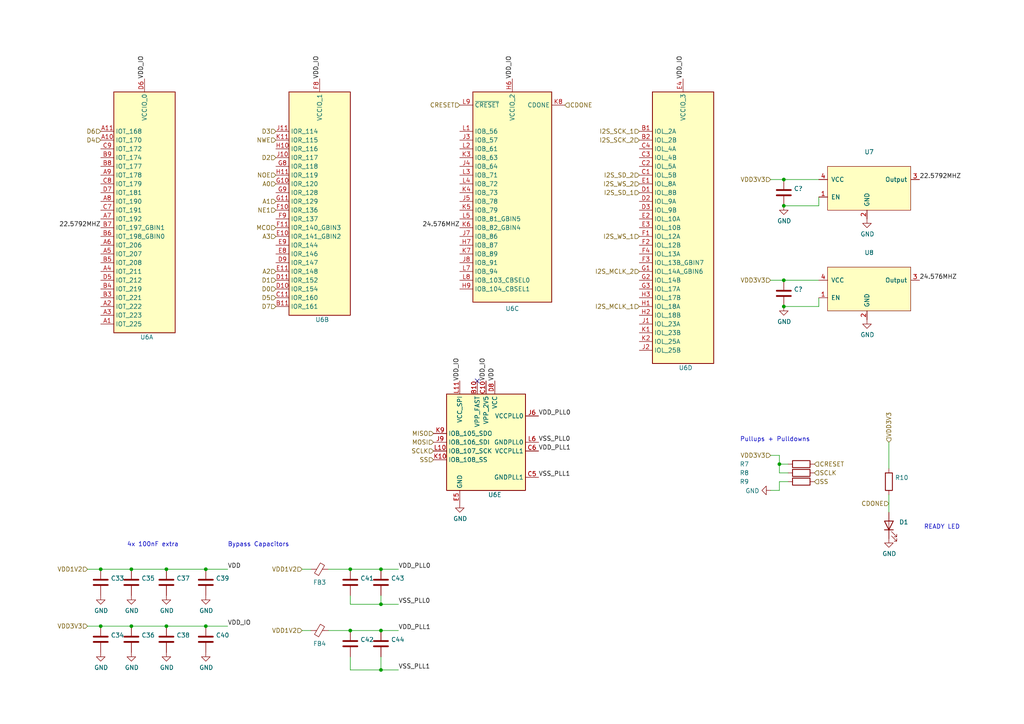
<source format=kicad_sch>
(kicad_sch (version 20211123) (generator eeschema)
  (paper "A4")
  (title_block (title "FPGA"))
  (lib_symbols
    (symbol "Device:C" (pin_numbers hide) (pin_names (offset 0.254))
      (property "Reference" "C" (at 0.635 2.54 0))
      (property "Value" "C" (at 0.635 -2.54 0))
      (symbol "C_0_1"
        (polyline (pts (xy -2.032 -0.762) (xy 2.032 -0.762)) (stroke (width 0.508)))
        (polyline (pts (xy -2.032 0.762) (xy 2.032 0.762)) (stroke (width 0.508)))
      )
      (symbol "C_1_1"
        (pin passive line (at 0 3.81 270) (length 2.794) (name "~") (number "1"))
        (pin passive line (at 0 -3.81 90) (length 2.794) (name "~") (number "2"))
      )
    )
    (symbol "Device:LED" (pin_numbers hide) (pin_names (offset 1.016) hide)
      (property "Reference" "D" (at 0 2.54 0))
      (property "Value" "LED" (at 0 -2.54 0))
      (symbol "LED_0_1"
        (polyline (pts (xy -1.27 -1.27) (xy -1.27 1.27)) (stroke (width 0.254)))
        (polyline (pts (xy -1.27 0) (xy 1.27 0)))
        (polyline (pts (xy 1.27 -1.27) (xy 1.27 1.27) (xy -1.27 0) (xy 1.27 -1.27)) (stroke (width 0.254)))
        (polyline (pts (xy -3.048 -0.762) (xy -4.572 -2.286) (xy -3.81 -2.286) (xy -4.572 -2.286) (xy -4.572 -1.524)))
        (polyline (pts (xy -1.778 -0.762) (xy -3.302 -2.286) (xy -2.54 -2.286) (xy -3.302 -2.286) (xy -3.302 -1.524)))
      )
      (symbol "LED_1_1"
        (pin passive line (at -3.81 0 0) (length 2.54) (name "K") (number "1"))
        (pin passive line (at 3.81 0 180) (length 2.54) (name "A") (number "2"))
      )
    )
    (symbol "Device:R" (pin_numbers hide) (pin_names (offset 0))
      (property "Reference" "R" (at 2.032 0 90))
      (property "Value" "R" (at 0 0 90))
      (symbol "R_0_1"
        (rectangle (start -1.016 -2.54) (end 1.016 2.54) (stroke (width 0.254)))
      )
      (symbol "R_1_1"
        (pin passive line (at 0 3.81 270) (length 1.27) (name "~") (number "1"))
        (pin passive line (at 0 -3.81 90) (length 1.27) (name "~") (number "2"))
      )
    )
    (symbol "FPGA_Lattice:ICE40HX8K-BG121"
      (property "Reference" "U" (at 2.54 44.45 0))
      (property "Value" "ICE40HX8K-BG121" (at 10.16 41.91 0))
      (symbol "ICE40HX8K-BG121_1_1"
        (rectangle (start -8.89 31.75) (end 8.89 -38.1) (stroke (width 0.254)) (fill (type background)))
        (pin bidirectional line (at -12.7 -35.56 0) (length 3.81) (name "IOT_225") (number "A1"))
        (pin bidirectional line (at -12.7 17.78 0) (length 3.81) (name "IOT_170") (number "A10"))
        (pin bidirectional line (at -12.7 20.32 0) (length 3.81) (name "IOT_168") (number "A11"))
        (pin bidirectional line (at -12.7 -30.48 0) (length 3.81) (name "IOT_222") (number "A2"))
        (pin bidirectional line (at -12.7 -33.02 0) (length 3.81) (name "IOT_223") (number "A3"))
        (pin bidirectional line (at -12.7 -20.32 0) (length 3.81) (name "IOT_211") (number "A4"))
        (pin bidirectional line (at -12.7 -15.24 0) (length 3.81) (name "IOT_207") (number "A5"))
        (pin bidirectional line (at -12.7 -12.7 0) (length 3.81) (name "IOT_206") (number "A6"))
        (pin bidirectional line (at -12.7 -5.08 0) (length 3.81) (name "IOT_192") (number "A7"))
        (pin bidirectional line (at -12.7 0 0) (length 3.81) (name "IOT_190") (number "A8"))
        (pin bidirectional line (at -12.7 7.62 0) (length 3.81) (name "IOT_178") (number "A9"))
        (pin bidirectional line (at -12.7 -27.94 0) (length 3.81) (name "IOT_221") (number "B3"))
        (pin bidirectional line (at -12.7 -25.4 0) (length 3.81) (name "IOT_219") (number "B4"))
        (pin bidirectional line (at -12.7 -17.78 0) (length 3.81) (name "IOT_208") (number "B5"))
        (pin bidirectional line (at -12.7 -10.16 0) (length 3.81) (name "IOT_198_GBIN0") (number "B6"))
        (pin bidirectional line (at -12.7 -7.62 0) (length 3.81) (name "IOT_197_GBIN1") (number "B7"))
        (pin bidirectional line (at -12.7 10.16 0) (length 3.81) (name "IOT_177") (number "B8"))
        (pin bidirectional line (at -12.7 12.7 0) (length 3.81) (name "IOT_174") (number "B9"))
        (pin bidirectional line (at -12.7 -2.54 0) (length 3.81) (name "IOT_191") (number "C7"))
        (pin bidirectional line (at -12.7 5.08 0) (length 3.81) (name "IOT_179") (number "C8"))
        (pin bidirectional line (at -12.7 15.24 0) (length 3.81) (name "IOT_172") (number "C9"))
        (pin bidirectional line (at -12.7 -22.86 0) (length 3.81) (name "IOT_212") (number "D5"))
        (pin power_in line (at 0 35.56 270) (length 3.81) (name "VCCIO_0") (number "D6"))
        (pin bidirectional line (at -12.7 2.54 0) (length 3.81) (name "IOT_181") (number "D7"))
      )
      (symbol "ICE40HX8K-BG121_2_1"
        (rectangle (start -8.89 31.75) (end 8.89 -33.02) (stroke (width 0.254)) (fill (type background)))
        (pin bidirectional line (at -12.7 -30.48 0) (length 3.81) (name "IOR_161") (number "B11"))
        (pin bidirectional line (at -12.7 -27.94 0) (length 3.81) (name "IOR_160") (number "C11"))
        (pin bidirectional line (at -12.7 -25.4 0) (length 3.81) (name "IOR_154") (number "D10"))
        (pin bidirectional line (at -12.7 -22.86 0) (length 3.81) (name "IOR_152") (number "D11"))
        (pin bidirectional line (at -12.7 -17.78 0) (length 3.81) (name "IOR_147") (number "D9"))
        (pin bidirectional line (at -12.7 -10.16 0) (length 3.81) (name "IOR_141_GBIN2") (number "E10"))
        (pin bidirectional line (at -12.7 -20.32 0) (length 3.81) (name "IOR_148") (number "E11"))
        (pin bidirectional line (at -12.7 -15.24 0) (length 3.81) (name "IOR_146") (number "E8"))
        (pin bidirectional line (at -12.7 -12.7 0) (length 3.81) (name "IOR_144") (number "E9"))
        (pin bidirectional line (at -12.7 -2.54 0) (length 3.81) (name "IOR_136") (number "F10"))
        (pin bidirectional line (at -12.7 -7.62 0) (length 3.81) (name "IOR_140_GBIN3") (number "F11"))
        (pin power_in line (at 0 35.56 270) (length 3.81) (name "VCCIO_1") (number "F8"))
        (pin bidirectional line (at -12.7 -5.08 0) (length 3.81) (name "IOR_137") (number "F9"))
        (pin bidirectional line (at -12.7 5.08 0) (length 3.81) (name "IOR_120") (number "G10"))
        (pin bidirectional line (at -12.7 0 0) (length 3.81) (name "IOR_129") (number "G11"))
        (pin bidirectional line (at -12.7 10.16 0) (length 3.81) (name "IOR_118") (number "G8"))
        (pin bidirectional line (at -12.7 2.54 0) (length 3.81) (name "IOR_128") (number "G9"))
        (pin bidirectional line (at -12.7 15.24 0) (length 3.81) (name "IOR_116") (number "H10"))
        (pin bidirectional line (at -12.7 7.62 0) (length 3.81) (name "IOR_119") (number "H11"))
        (pin bidirectional line (at -12.7 12.7 0) (length 3.81) (name "IOR_117") (number "J10"))
        (pin bidirectional line (at -12.7 20.32 0) (length 3.81) (name "IOR_114") (number "J11"))
        (pin bidirectional line (at -12.7 17.78 0) (length 3.81) (name "IOR_115") (number "K11"))
      )
      (symbol "ICE40HX8K-BG121_3_1"
        (rectangle (start -11.43 29.21) (end 11.43 -31.75) (stroke (width 0.254)) (fill (type background)))
        (pin power_in line (at 0 33.02 270) (length 3.81) (name "VCCIO_2") (number "H6"))
        (pin bidirectional line (at -15.24 -15.24 0) (length 3.81) (name "IOB_87") (number "H7"))
        (pin bidirectional line (at -15.24 -27.94 0) (length 3.81) (name "IOB_104_CBSEL1") (number "H9"))
        (pin bidirectional line (at -15.24 15.24 0) (length 3.81) (name "IOB_57") (number "J3"))
        (pin bidirectional line (at -15.24 7.62 0) (length 3.81) (name "IOB_64") (number "J4"))
        (pin bidirectional line (at -15.24 -2.54 0) (length 3.81) (name "IOB_78") (number "J5"))
        (pin bidirectional line (at -15.24 -12.7 0) (length 3.81) (name "IOB_86") (number "J7"))
        (pin bidirectional line (at -15.24 -20.32 0) (length 3.81) (name "IOB_91") (number "J8"))
        (pin bidirectional line (at -15.24 10.16 0) (length 3.81) (name "IOB_63") (number "K3"))
        (pin bidirectional line (at -15.24 0 0) (length 3.81) (name "IOB_73") (number "K4"))
        (pin bidirectional line (at -15.24 -5.08 0) (length 3.81) (name "IOB_79") (number "K5"))
        (pin bidirectional line (at -15.24 -10.16 0) (length 3.81) (name "IOB_82_GBIN4") (number "K6"))
        (pin bidirectional line (at -15.24 -17.78 0) (length 3.81) (name "IOB_89") (number "K7"))
        (pin open_collector line (at 15.24 25.4 180) (length 3.81) (name "CDONE") (number "K8"))
        (pin bidirectional line (at -15.24 17.78 0) (length 3.81) (name "IOB_56") (number "L1"))
        (pin bidirectional line (at -15.24 12.7 0) (length 3.81) (name "IOB_61") (number "L2"))
        (pin bidirectional line (at -15.24 5.08 0) (length 3.81) (name "IOB_71") (number "L3"))
        (pin bidirectional line (at -15.24 2.54 0) (length 3.81) (name "IOB_72") (number "L4"))
        (pin bidirectional line (at -15.24 -7.62 0) (length 3.81) (name "IOB_81_GBIN5") (number "L5"))
        (pin bidirectional line (at -15.24 -22.86 0) (length 3.81) (name "IOB_94") (number "L7"))
        (pin bidirectional line (at -15.24 -25.4 0) (length 3.81) (name "IOB_103_CBSEL0") (number "L8"))
        (pin input line (at -15.24 25.4 0) (length 3.81) (name "~{CRESET}") (number "L9"))
      )
      (symbol "ICE40HX8K-BG121_4_1"
        (rectangle (start -8.89 39.37) (end 8.89 -39.37) (stroke (width 0.254)) (fill (type background)))
        (pin bidirectional line (at -12.7 27.94 0) (length 3.81) (name "IOL_2A") (number "B1"))
        (pin bidirectional line (at -12.7 25.4 0) (length 3.81) (name "IOL_2B") (number "B2"))
        (pin bidirectional line (at -12.7 15.24 0) (length 3.81) (name "IOL_5B") (number "C1"))
        (pin bidirectional line (at -12.7 17.78 0) (length 3.81) (name "IOL_5A") (number "C2"))
        (pin bidirectional line (at -12.7 20.32 0) (length 3.81) (name "IOL_4B") (number "C3"))
        (pin bidirectional line (at -12.7 22.86 0) (length 3.81) (name "IOL_4A") (number "C4"))
        (pin bidirectional line (at -12.7 10.16 0) (length 3.81) (name "IOL_8B") (number "D1"))
        (pin bidirectional line (at -12.7 7.62 0) (length 3.81) (name "IOL_9A") (number "D2"))
        (pin bidirectional line (at -12.7 5.08 0) (length 3.81) (name "IOL_9B") (number "D3"))
        (pin bidirectional line (at -12.7 12.7 0) (length 3.81) (name "IOL_8A") (number "E1"))
        (pin bidirectional line (at -12.7 2.54 0) (length 3.81) (name "IOL_10A") (number "E2"))
        (pin bidirectional line (at -12.7 0 0) (length 3.81) (name "IOL_10B") (number "E3"))
        (pin power_in line (at 0 43.18 270) (length 3.81) (name "VCCIO_3") (number "E4"))
        (pin bidirectional line (at -12.7 -2.54 0) (length 3.81) (name "IOL_12A") (number "F1"))
        (pin bidirectional line (at -12.7 -5.08 0) (length 3.81) (name "IOL_12B") (number "F2"))
        (pin bidirectional line (at -12.7 -10.16 0) (length 3.81) (name "IOL_13B_GBIN7") (number "F3"))
        (pin bidirectional line (at -12.7 -7.62 0) (length 3.81) (name "IOL_13A") (number "F4"))
        (pin bidirectional line (at -12.7 -12.7 0) (length 3.81) (name "IOL_14A_GBIN6") (number "G1"))
        (pin bidirectional line (at -12.7 -15.24 0) (length 3.81) (name "IOL_14B") (number "G2"))
        (pin bidirectional line (at -12.7 -17.78 0) (length 3.81) (name "IOL_17A") (number "G3"))
        (pin passive line (at 0 43.18 270) (length 3.81) hide (name "VCCIO_3") (number "G4"))
        (pin bidirectional line (at -12.7 -22.86 0) (length 3.81) (name "IOL_18A") (number "H1"))
        (pin bidirectional line (at -12.7 -25.4 0) (length 3.81) (name "IOL_18B") (number "H2"))
        (pin bidirectional line (at -12.7 -20.32 0) (length 3.81) (name "IOL_17B") (number "H3"))
        (pin bidirectional line (at -12.7 -27.94 0) (length 3.81) (name "IOL_23A") (number "J1"))
        (pin bidirectional line (at -12.7 -35.56 0) (length 3.81) (name "IOL_25B") (number "J2"))
        (pin bidirectional line (at -12.7 -30.48 0) (length 3.81) (name "IOL_23B") (number "K1"))
        (pin bidirectional line (at -12.7 -33.02 0) (length 3.81) (name "IOL_25A") (number "K2"))
      )
      (symbol "ICE40HX8K-BG121_5_1"
        (rectangle (start -11.43 13.97) (end 11.43 -13.97) (stroke (width 0.254)) (fill (type background)))
        (pin power_in line (at -2.54 17.78 270) (length 3.81) (name "VPP_FAST") (number "B10"))
        (pin power_in line (at 0 17.78 270) (length 3.81) (name "VPP_2V5") (number "C10"))
        (pin power_in line (at 15.24 -10.16 180) (length 3.81) (name "GNDPLL1") (number "C5"))
        (pin power_in line (at 15.24 -2.54 180) (length 3.81) (name "VCCPLL1") (number "C6"))
        (pin passive line (at 2.54 17.78 270) (length 3.81) hide (name "VCC") (number "D4"))
        (pin power_in line (at 2.54 17.78 270) (length 3.81) (name "VCC") (number "D8"))
        (pin power_in line (at -7.62 -17.78 90) (length 3.81) (name "GND") (number "E5"))
        (pin passive line (at -7.62 -17.78 90) (length 3.81) hide (name "GND") (number "E6"))
        (pin passive line (at -7.62 -17.78 90) (length 3.81) hide (name "GND") (number "E7"))
        (pin passive line (at -7.62 -17.78 90) (length 3.81) hide (name "GND") (number "F5"))
        (pin passive line (at -7.62 -17.78 90) (length 3.81) hide (name "GND") (number "F6"))
        (pin passive line (at -7.62 -17.78 90) (length 3.81) hide (name "GND") (number "F7"))
        (pin passive line (at -7.62 -17.78 90) (length 3.81) hide (name "GND") (number "G5"))
        (pin passive line (at -7.62 -17.78 90) (length 3.81) hide (name "GND") (number "G6"))
        (pin passive line (at -7.62 -17.78 90) (length 3.81) hide (name "GND") (number "G7"))
        (pin passive line (at 2.54 17.78 270) (length 3.81) hide (name "VCC") (number "H4"))
        (pin passive line (at -7.62 -17.78 90) (length 3.81) hide (name "GND") (number "H5"))
        (pin passive line (at 2.54 17.78 270) (length 3.81) hide (name "VCC") (number "H8"))
        (pin power_in line (at 15.24 7.62 180) (length 3.81) (name "VCCPLL0") (number "J6"))
        (pin bidirectional line (at -15.24 0 0) (length 3.81) (name "IOB_106_SDI") (number "J9"))
        (pin bidirectional line (at -15.24 -5.08 0) (length 3.81) (name "IOB_108_SS") (number "K10"))
        (pin bidirectional line (at -15.24 2.54 0) (length 3.81) (name "IOB_105_SDO") (number "K9"))
        (pin bidirectional line (at -15.24 -2.54 0) (length 3.81) (name "IOB_107_SCK") (number "L10"))
        (pin power_in line (at -7.62 17.78 270) (length 3.81) (name "VCC_SPI") (number "L11"))
        (pin power_in line (at 15.24 0 180) (length 3.81) (name "GNDPLL0") (number "L6"))
      )
    )
    (symbol "power:GND" (power) (pin_names (offset 0))
      (property "Value" "GND" (at 0 -3.81 0))
      (symbol "GND_0_1"
        (polyline (pts (xy 0 0) (xy 0 -1.27) (xy 1.27 -1.27) (xy 0 -2.54) (xy -1.27 -1.27) (xy 0 -1.27)))
      )
      (symbol "GND_1_1"
        (pin power_in line (at 0 0 270) (length 0) hide (name "GND") (number "1"))
      )
    )
    (symbol "yui-rescue:Ferrite_Bead_Small-Device" (pin_numbers hide) (pin_names (offset 0))
      (property "Reference" "FB" (at 1.905 1.27 0))
      (property "Value" "Ferrite_Bead_Small-Device" (at 1.905 -1.27 0))
      (symbol "Ferrite_Bead_Small-Device_0_1"
        (polyline (pts (xy 0 -1.27) (xy 0 -0.7874)))
        (polyline (pts (xy 0 0.889) (xy 0 1.2954)))
        (polyline (pts (xy -1.8288 0.2794) (xy -1.1176 1.4986) (xy 1.8288 -0.2032) (xy 1.1176 -1.4224) (xy -1.8288 0.2794)))
      )
      (symbol "Ferrite_Bead_Small-Device_1_1"
        (pin passive line (at 0 2.54 270) (length 1.27) (name "~") (number "1"))
        (pin passive line (at 0 -2.54 90) (length 1.27) (name "~") (number "2"))
      )
    )
    (symbol "yui-rescue:KC3225K-OSCILLATOR" (pin_names (offset 1.016))
      (property "Reference" "U" (at 0 3.81 0))
      (property "Value" "KC3225K-OSCILLATOR" (at 0 1.27 0))
      (symbol "KC3225K-OSCILLATOR_0_1"
        (rectangle (start -11.43 6.35) (end 12.7 -6.35) (fill (type background)))
      )
      (symbol "KC3225K-OSCILLATOR_1_1"
        (pin input line (at -13.97 -2.54 0) (length 2.54) (name "EN") (number "1"))
        (pin power_in line (at 0 -8.89 90) (length 2.54) (name "GND") (number "2"))
        (pin output line (at 15.24 2.54 180) (length 2.54) (name "Output") (number "3"))
        (pin power_in line (at -13.97 2.54 0) (length 2.54) (name "VCC") (number "4"))
      )
    )
  )
  (junction (at 38.1 181.61))
  (junction (at 48.26 165.1))
  (junction (at 29.21 165.1))
  (junction (at 101.6 165.1))
  (junction (at 59.69 181.61))
  (junction (at 38.1 165.1))
  (junction (at 227.33 88.9))
  (junction (at 48.26 181.61))
  (junction (at 226.06 134.62))
  (junction (at 110.49 165.1))
  (junction (at 59.69 165.1))
  (junction (at 29.21 181.61))
  (junction (at 101.6 182.88))
  (junction (at 227.33 52.07))
  (junction (at 227.33 59.69))
  (junction (at 227.33 81.28))
  (junction (at 110.49 175.26))
  (junction (at 110.49 182.88))
  (junction (at 110.49 194.31))
  (no_connect (at 138.43 110.49))
  (wire (pts (xy 226.06 142.24) (xy 226.06 139.7)))
  (wire (pts (xy 87.63 165.1) (xy 90.17 165.1)))
  (wire (pts (xy 29.21 181.61) (xy 38.1 181.61)))
  (wire (pts (xy 223.52 142.24) (xy 226.06 142.24)))
  (wire (pts (xy 110.49 175.26) (xy 101.6 175.26)))
  (wire (pts (xy 101.6 175.26) (xy 101.6 172.72)))
  (wire (pts (xy 226.06 134.62) (xy 228.6 134.62)))
  (wire (pts (xy 227.33 81.28) (xy 237.49 81.28)))
  (wire (pts (xy 95.25 165.1) (xy 101.6 165.1)))
  (wire (pts (xy 257.81 128.27) (xy 257.81 135.89)))
  (wire (pts (xy 226.06 132.08) (xy 223.52 132.08)))
  (wire (pts (xy 226.06 139.7) (xy 228.6 139.7)))
  (wire (pts (xy 87.63 182.88) (xy 90.17 182.88)))
  (wire (pts (xy 110.49 190.5) (xy 110.49 194.31)))
  (wire (pts (xy 29.21 165.1) (xy 25.4 165.1)))
  (wire (pts (xy 227.33 88.9) (xy 237.49 88.9)))
  (wire (pts (xy 38.1 165.1) (xy 48.26 165.1)))
  (wire (pts (xy 110.49 182.88) (xy 115.57 182.88)))
  (wire (pts (xy 29.21 165.1) (xy 38.1 165.1)))
  (wire (pts (xy 115.57 175.26) (xy 110.49 175.26)))
  (wire (pts (xy 226.06 137.16) (xy 228.6 137.16)))
  (wire (pts (xy 101.6 182.88) (xy 110.49 182.88)))
  (wire (pts (xy 38.1 181.61) (xy 48.26 181.61)))
  (wire (pts (xy 237.49 59.69) (xy 237.49 57.15)))
  (wire (pts (xy 223.52 52.07) (xy 227.33 52.07)))
  (wire (pts (xy 227.33 59.69) (xy 237.49 59.69)))
  (wire (pts (xy 110.49 172.72) (xy 110.49 175.26)))
  (wire (pts (xy 29.21 181.61) (xy 25.4 181.61)))
  (wire (pts (xy 223.52 81.28) (xy 227.33 81.28)))
  (wire (pts (xy 110.49 165.1) (xy 115.57 165.1)))
  (wire (pts (xy 227.33 52.07) (xy 237.49 52.07)))
  (wire (pts (xy 110.49 194.31) (xy 101.6 194.31)))
  (wire (pts (xy 237.49 88.9) (xy 237.49 86.36)))
  (wire (pts (xy 115.57 194.31) (xy 110.49 194.31)))
  (wire (pts (xy 226.06 134.62) (xy 226.06 132.08)))
  (wire (pts (xy 95.25 182.88) (xy 101.6 182.88)))
  (wire (pts (xy 59.69 165.1) (xy 66.04 165.1)))
  (wire (pts (xy 48.26 181.61) (xy 59.69 181.61)))
  (wire (pts (xy 48.26 165.1) (xy 59.69 165.1)))
  (wire (pts (xy 101.6 194.31) (xy 101.6 190.5)))
  (wire (pts (xy 257.81 143.51) (xy 257.81 148.59)))
  (wire (pts (xy 101.6 165.1) (xy 110.49 165.1)))
  (wire (pts (xy 59.69 181.61) (xy 66.04 181.61)))
  (wire (pts (xy 226.06 137.16) (xy 226.06 134.62)))
  (text "Pullups + Pulldowns" (at 214.63 128.27 0) (effects (font (size 1.27 1.27)) (justify left bottom)))
  (text "READY LED" (at 267.97 153.67 0) (effects (font (size 1.27 1.27)) (justify left bottom)))
  (text "4x 100nF extra" (at 36.83 158.75 0) (effects (font (size 1.27 1.27)) (justify left bottom)))
  (text "Bypass Capacitors" (at 66.04 158.75 0) (effects (font (size 1.27 1.27)) (justify left bottom)))
  (label "VDD_PLL0" (at 115.57 165.1 0))
  (label "22.5792MHZ" (at 266.7 52.07 0))
  (label "VDD_PLL1" (at 115.57 182.88 0))
  (label "24.576MHZ" (at 133.35 66.04 180))
  (label "VSS_PLL0" (at 156.21 128.27 0))
  (label "VDD_PLL0" (at 156.21 120.65 0))
  (label "24.576MHZ" (at 266.7 81.28 0))
  (label "VSS_PLL1" (at 115.57 194.31 0))
  (label "VDD" (at 143.51 110.49 90))
  (label "22.5792MHZ" (at 29.21 66.04 180))
  (label "VDD_IO" (at 66.04 181.61 0))
  (label "VDD_IO" (at 148.59 22.86 90))
  (label "VDD" (at 66.04 165.1 0))
  (label "VSS_PLL0" (at 115.57 175.26 0))
  (label "VDD_IO" (at 133.35 110.49 90))
  (label "VSS_PLL1" (at 156.21 138.43 0))
  (label "VDD_IO" (at 140.97 110.49 90))
  (label "VDD_IO" (at 92.71 22.86 90))
  (label "VDD_PLL1" (at 156.21 130.81 0))
  (label "VDD_IO" (at 198.12 22.86 90))
  (label "VDD_IO" (at 41.91 22.86 90))
  (hierarchical_label "I2S_MCLK_1" (shape input) (at 185.42 88.9 180))
  (hierarchical_label "CRESET" (shape input) (at 236.22 134.62 0))
  (hierarchical_label "CRESET" (shape input) (at 133.35 30.48 180))
  (hierarchical_label "MOSI" (shape input) (at 125.73 128.27 180))
  (hierarchical_label "VDD1V2" (shape input) (at 87.63 165.1 180))
  (hierarchical_label "NWE" (shape input) (at 80.01 40.64 180))
  (hierarchical_label "CDONE" (shape input) (at 163.83 30.48 0))
  (hierarchical_label "MCO" (shape input) (at 80.01 66.04 180))
  (hierarchical_label "A0" (shape input) (at 80.01 53.34 180))
  (hierarchical_label "SS" (shape input) (at 125.73 133.35 180))
  (hierarchical_label "D5" (shape input) (at 80.01 86.36 180))
  (hierarchical_label "SCLK" (shape input) (at 236.22 137.16 0))
  (hierarchical_label "VDD1V2" (shape input) (at 87.63 182.88 180))
  (hierarchical_label "VDD3V3" (shape input) (at 223.52 81.28 180))
  (hierarchical_label "I2S_SCK_2" (shape input) (at 185.42 40.64 180))
  (hierarchical_label "I2S_SD_1" (shape input) (at 185.42 55.88 180))
  (hierarchical_label "D0" (shape input) (at 80.01 83.82 180))
  (hierarchical_label "A2" (shape input) (at 80.01 78.74 180))
  (hierarchical_label "D3" (shape input) (at 80.01 38.1 180))
  (hierarchical_label "VDD1V2" (shape input) (at 25.4 165.1 180))
  (hierarchical_label "I2S_SD_2" (shape input) (at 185.42 50.8 180))
  (hierarchical_label "A1" (shape input) (at 80.01 58.42 180))
  (hierarchical_label "D2" (shape input) (at 80.01 45.72 180))
  (hierarchical_label "VDD3V3" (shape input) (at 25.4 181.61 180))
  (hierarchical_label "I2S_WS_2" (shape input) (at 185.42 53.34 180))
  (hierarchical_label "NE1" (shape input) (at 80.01 60.96 180))
  (hierarchical_label "I2S_WS_1" (shape input) (at 185.42 68.58 180))
  (hierarchical_label "D7" (shape input) (at 80.01 88.9 180))
  (hierarchical_label "SCLK" (shape input) (at 125.73 130.81 180))
  (hierarchical_label "MISO" (shape input) (at 125.73 125.73 180))
  (hierarchical_label "NOE" (shape input) (at 80.01 50.8 180))
  (hierarchical_label "A3" (shape input) (at 80.01 68.58 180))
  (hierarchical_label "VDD3V3" (shape input) (at 223.52 52.07 180))
  (hierarchical_label "D1" (shape input) (at 80.01 81.28 180))
  (hierarchical_label "D4" (shape input) (at 29.21 40.64 180))
  (hierarchical_label "I2S_SCK_1" (shape input) (at 185.42 38.1 180))
  (hierarchical_label "VDD3V3" (shape input) (at 257.81 128.27 90))
  (hierarchical_label "SS" (shape input) (at 236.22 139.7 0))
  (hierarchical_label "VDD3V3" (shape input) (at 223.52 132.08 180))
  (hierarchical_label "CDONE" (shape input) (at 257.81 146.05 180))
  (hierarchical_label "I2S_MCLK_2" (shape input) (at 185.42 78.74 180))
  (hierarchical_label "D6" (shape input) (at 29.21 38.1 180))
  (symbol (lib_id "Device:R") (at 257.81 139.7 0) (unit 1)
    (property "Reference" "R10" (at 259.588 138.5316 0) (effects (justify left)))
  )
  (symbol (lib_id "Device:LED") (at 257.81 152.4 90) (unit 1)
    (property "Reference" "D1" (at 260.7818 151.4348 90) (effects (justify right)))
  )
  (symbol (lib_id "power:GND") (at 257.81 156.21 0) (unit 1)
    (property "Reference" "#PWR047" (effects hide))
  )
  (symbol (lib_id "Device:C") (at 29.21 168.91 0) (unit 1)
    (property "Reference" "C33" (at 32.131 167.7416 0) (effects (justify left)))
  )
  (symbol (lib_id "power:GND") (at 29.21 172.72 0) (unit 1)
    (property "Reference" "#PWR033" (effects hide))
  )
  (symbol (lib_id "Device:C") (at 48.26 168.91 0) (unit 1)
    (property "Reference" "C37" (at 51.181 167.7416 0) (effects (justify left)))
  )
  (symbol (lib_id "power:GND") (at 38.1 172.72 0) (unit 1)
    (property "Reference" "#PWR035" (effects hide))
  )
  (symbol (lib_id "Device:C") (at 101.6 168.91 0) (unit 1)
    (property "Reference" "C41" (at 104.521 167.7416 0) (effects (justify left)))
  )
  (symbol (lib_id "Device:C") (at 110.49 168.91 0) (unit 1)
    (property "Reference" "C43" (at 113.411 167.7416 0) (effects (justify left)))
  )
  (symbol (lib_id "yui-rescue:Ferrite_Bead_Small-Device") (at 92.71 165.1 90) (unit 1)
    (property "Reference" "FB3" (at 92.71 168.91 90))
    (property "Datasheet" "https://www.mouser.de/datasheet/2/400/eads_commercial_power_mpz1608_en-923650.pdf" (effects hide))
  )
  (symbol (lib_id "power:GND") (at 223.52 142.24 270) (unit 1)
    (property "Reference" "#PWR042" (effects hide))
  )
  (symbol (lib_id "power:GND") (at 133.35 146.05 0) (unit 1)
    (property "Reference" "#PWR041" (effects hide))
  )
  (symbol (lib_id "Device:R") (at 232.41 134.62 270) (unit 1)
    (property "Reference" "R7" (at 215.9 134.62 90))
  )
  (symbol (lib_id "Device:R") (at 232.41 137.16 270) (unit 1)
    (property "Reference" "R8" (at 215.9 137.16 90))
  )
  (symbol (lib_id "Device:R") (at 232.41 139.7 270) (unit 1)
    (property "Reference" "R9" (at 215.9 139.7 90))
  )
  (symbol (lib_id "FPGA_Lattice:ICE40HX8K-BG121") (at 41.91 58.42 0) (unit 1)
    (property "Reference" "U6" (at 40.64 97.79 0) (effects (justify left)))
    (property "Datasheet" "http://www.latticesemi.com/Products/FPGAandCPLD/iCE40" (effects hide))
  )
  (symbol (lib_id "FPGA_Lattice:ICE40HX8K-BG121") (at 92.71 58.42 0) (unit 2)
    (property "Reference" "U6" (at 91.44 92.71 0) (effects (justify left)))
    (property "Datasheet" "http://www.latticesemi.com/Products/FPGAandCPLD/iCE40" (effects hide))
  )
  (symbol (lib_id "FPGA_Lattice:ICE40HX8K-BG121") (at 148.59 55.88 0) (unit 3)
    (property "Reference" "U6" (at 148.59 89.5096 0))
    (property "Datasheet" "http://www.latticesemi.com/Products/FPGAandCPLD/iCE40" (effects hide))
  )
  (symbol (lib_id "FPGA_Lattice:ICE40HX8K-BG121") (at 198.12 66.04 0) (unit 4)
    (property "Reference" "U6" (at 196.85 106.68 0) (effects (justify left)))
    (property "Datasheet" "http://www.latticesemi.com/Products/FPGAandCPLD/iCE40" (effects hide))
  )
  (symbol (lib_id "FPGA_Lattice:ICE40HX8K-BG121") (at 140.97 128.27 0) (unit 5)
    (property "Reference" "U6" (at 143.51 143.51 0))
    (property "Datasheet" "http://www.latticesemi.com/Products/FPGAandCPLD/iCE40" (effects hide))
  )
  (symbol (lib_id "Device:C") (at 101.6 186.69 0) (unit 1)
    (property "Reference" "C42" (at 104.521 185.5216 0) (effects (justify left)))
  )
  (symbol (lib_id "Device:C") (at 110.49 186.69 0) (unit 1)
    (property "Reference" "C44" (at 113.411 185.5216 0) (effects (justify left)))
  )
  (symbol (lib_id "yui-rescue:Ferrite_Bead_Small-Device") (at 92.71 182.88 90) (unit 1)
    (property "Reference" "FB4" (at 92.71 186.69 90))
    (property "Datasheet" "https://www.mouser.de/datasheet/2/400/eads_commercial_power_mpz1608_en-923650.pdf" (effects hide))
  )
  (symbol (lib_id "yui-rescue:KC3225K-OSCILLATOR") (at 251.46 54.61 0) (unit 1)
    (property "Reference" "U7" (at 252.095 44.069 0))
    (property "Datasheet" "https://www.mouser.de/datasheet/2/909/clock_k_e-1388782.pdf" (effects hide))
  )
  (symbol (lib_id "yui-rescue:KC3225K-OSCILLATOR") (at 251.46 83.82 0) (unit 1)
    (property "Reference" "U8" (at 252.095 73.279 0))
    (property "Datasheet" "https://www.mouser.de/datasheet/2/909/clock_k_e-1388782.pdf" (effects hide))
  )
  (symbol (lib_id "power:GND") (at 251.46 63.5 0) (unit 1)
    (property "Reference" "#PWR045" (effects hide))
  )
  (symbol (lib_id "power:GND") (at 251.46 92.71 0) (unit 1)
    (property "Reference" "#PWR046" (effects hide))
  )
  (symbol (lib_id "Device:C") (at 38.1 168.91 0) (unit 1)
    (property "Reference" "C35" (at 41.021 167.7416 0) (effects (justify left)))
  )
  (symbol (lib_id "Device:C") (at 59.69 168.91 0) (unit 1)
    (property "Reference" "C39" (at 62.611 167.7416 0) (effects (justify left)))
  )
  (symbol (lib_id "power:GND") (at 48.26 172.72 0) (unit 1)
    (property "Reference" "#PWR037" (effects hide))
  )
  (symbol (lib_id "power:GND") (at 59.69 172.72 0) (unit 1)
    (property "Reference" "#PWR039" (effects hide))
  )
  (symbol (lib_id "Device:C") (at 29.21 185.42 0) (unit 1)
    (property "Reference" "C34" (at 32.131 184.2516 0) (effects (justify left)))
  )
  (symbol (lib_id "power:GND") (at 29.21 189.23 0) (unit 1)
    (property "Reference" "#PWR034" (effects hide))
  )
  (symbol (lib_id "Device:C") (at 48.26 185.42 0) (unit 1)
    (property "Reference" "C38" (at 51.181 184.2516 0) (effects (justify left)))
  )
  (symbol (lib_id "power:GND") (at 38.1 189.23 0) (unit 1)
    (property "Reference" "#PWR036" (effects hide))
  )
  (symbol (lib_id "Device:C") (at 38.1 185.42 0) (unit 1)
    (property "Reference" "C36" (at 41.021 184.2516 0) (effects (justify left)))
  )
  (symbol (lib_id "Device:C") (at 59.69 185.42 0) (unit 1)
    (property "Reference" "C40" (at 62.611 184.2516 0) (effects (justify left)))
  )
  (symbol (lib_id "power:GND") (at 48.26 189.23 0) (unit 1)
    (property "Reference" "#PWR038" (effects hide))
  )
  (symbol (lib_id "power:GND") (at 59.69 189.23 0) (unit 1)
    (property "Reference" "#PWR040" (effects hide))
  )
  (symbol (lib_id "Device:C") (at 227.33 55.88 0) (unit 1)
    (property "Reference" "C?" (at 230.251 54.7116 0) (effects (justify left)))
  )
  (symbol (lib_id "power:GND") (at 227.33 59.69 0) (unit 1)
    (property "Reference" "#PWR?" (effects hide))
  )
  (symbol (lib_id "Device:C") (at 227.33 85.09 0) (unit 1)
    (property "Reference" "C?" (at 230.251 83.9216 0) (effects (justify left)))
  )
  (symbol (lib_id "power:GND") (at 227.33 88.9 0) (unit 1)
    (property "Reference" "#PWR?" (effects hide))
  )
)
</source>
